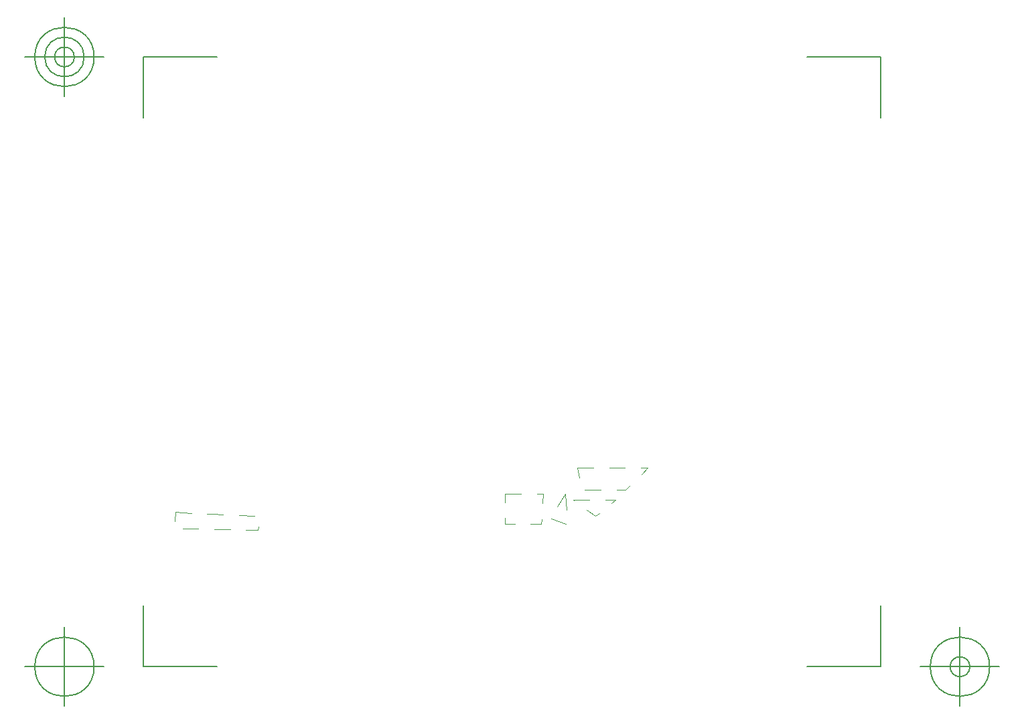
<source format=gbr>
G04 Generated by Ultiboard 14.1 *
%FSLAX34Y34*%
%MOMM*%

%ADD10C,0.0001*%
%ADD11C,0.1000*%
%ADD12C,0.1270*%


G04 ColorRGB CC99CC for the following layer *
%LNKeep-in/keep-out*%
%LPD*%
G54D10*
G54D11*
X429260Y172720D02*
X449260Y172720D01*
X469260Y172720D02*
X477520Y172720D01*
X476739Y161006D01*
X475409Y141050D02*
X474980Y134620D01*
X461425Y134620D01*
X441425Y134620D02*
X429260Y134620D01*
X429260Y142455D01*
X429260Y162455D02*
X429260Y172720D01*
X505460Y172720D02*
X506790Y152764D01*
X506278Y135194D02*
X487304Y141519D01*
X494969Y156983D02*
X505460Y172720D01*
X12700Y149860D02*
X32672Y148809D01*
X52645Y147758D02*
X60960Y147320D01*
X72622Y146813D01*
X92603Y145944D02*
X112584Y145075D01*
X117514Y131715D02*
X116840Y127000D01*
X101607Y127363D01*
X81612Y127839D02*
X61618Y128315D01*
X41624Y128791D02*
X21629Y129267D01*
X11218Y138001D02*
X12700Y149860D01*
X515620Y165100D02*
X535620Y165100D01*
X555620Y165100D02*
X568960Y165100D01*
X563759Y160940D01*
X548142Y148446D02*
X543560Y144780D01*
X532131Y153092D01*
X515956Y164856D02*
X515620Y165100D01*
X520700Y205740D02*
X540700Y205740D01*
X560700Y205740D02*
X580700Y205740D01*
X600700Y205740D02*
X609600Y205740D01*
X601751Y197891D01*
X587609Y183749D02*
X581660Y177800D01*
X570073Y177800D01*
X550073Y177800D02*
X530073Y177800D01*
X522970Y193254D02*
X520700Y205740D01*
G54D12*
X-27872Y-45720D02*
X-27872Y31437D01*
X-27872Y-45720D02*
X65339Y-45720D01*
X904240Y-45720D02*
X811029Y-45720D01*
X904240Y-45720D02*
X904240Y31437D01*
X904240Y725851D02*
X904240Y648694D01*
X904240Y725851D02*
X811029Y725851D01*
X-27872Y725851D02*
X65339Y725851D01*
X-27872Y725851D02*
X-27872Y648694D01*
X-77872Y-45720D02*
X-177872Y-45720D01*
X-127872Y-95720D02*
X-127872Y4280D01*
X-165372Y-45720D02*
G75*
D01*
G02X-165372Y-45720I37500J0*
G01*
X954240Y-45720D02*
X1054240Y-45720D01*
X1004240Y-95720D02*
X1004240Y4280D01*
X966740Y-45720D02*
G75*
D01*
G02X966740Y-45720I37500J0*
G01*
X991740Y-45720D02*
G75*
D01*
G02X991740Y-45720I12500J0*
G01*
X-77872Y725851D02*
X-177872Y725851D01*
X-127872Y675851D02*
X-127872Y775851D01*
X-165372Y725851D02*
G75*
D01*
G02X-165372Y725851I37500J0*
G01*
X-152872Y725851D02*
G75*
D01*
G02X-152872Y725851I25000J0*
G01*
X-140372Y725851D02*
G75*
D01*
G02X-140372Y725851I12500J0*
G01*

M02*

</source>
